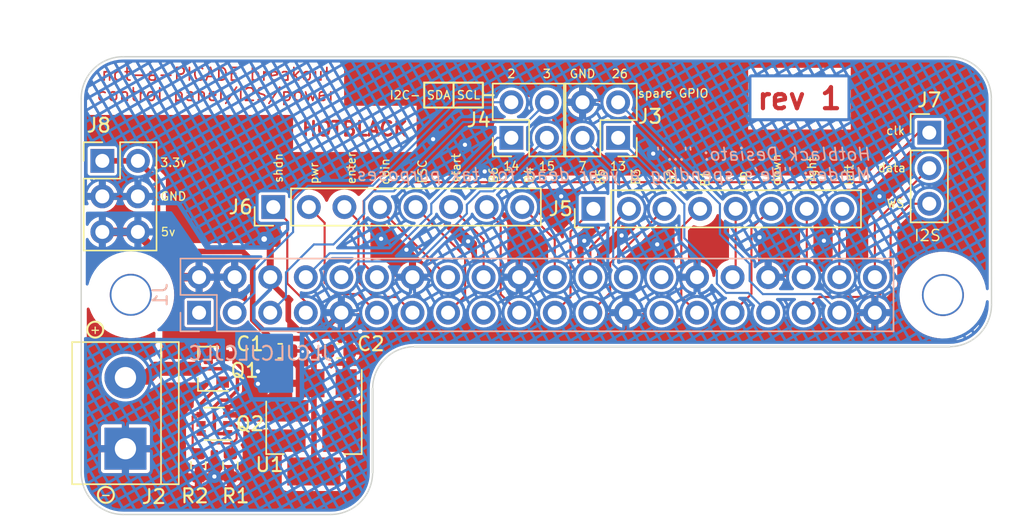
<source format=kicad_pcb>
(kicad_pcb (version 20211014) (generator pcbnew)
  (layers (0 "F.Cu" signal) (31 "B.Cu" mixed) (34 "B.Paste" user) (35 "F.Paste" user) (36 "B.SilkS" user "B.Silkscreen") (37 "F.SilkS" user "F.Silkscreen") (38 "B.Mask" user) (39 "F.Mask" user) (44 "Edge.Cuts" user))
  (net 0 "")
  (net 1 "GND")
  (net 2 "/base sheet/P5V_HAT")
  (net 3 "/base sheet/P3V3_HAT")
  (net 4 "Net-(Q1-Pad1)")
  (net 5 "/base sheet/SP_GPIO_2")
  (net 6 "/base sheet/SP_GPIO_3")
  (net 7 "/base sheet/SHUTDOWN")
  (net 10 "/base sheet/SP_GPIO_14")
  (net 11 "/base sheet/SP_GPIO_15")
  (net 12 "/base sheet/PWR_BUTT")
  (net 13 "/base sheet/I2S_CLOCK")
  (net 14 "/base sheet/ENTER")
  (net 15 "/base sheet/ESC")
  (net 16 "/base sheet/COIN")
  (net 17 "/base sheet/START")
  (net 18 "/base sheet/BUTT_6")
  (net 19 "/base sheet/BUTT_5")
  (net 20 "/base sheet/BUTT_4")
  (net 21 "/base sheet/BUTT_2")
  (net 22 "/base sheet/BUTT_3")
  (net 23 "/base sheet/SP_GPIO_7")
  (net 24 "/base sheet/ID_SD_EEPROM")
  (net 25 "/base sheet/ID_SC_EEPROM")
  (net 26 "/base sheet/BUTT_1")
  (net 27 "/base sheet/JOY_DOWN")
  (net 28 "/base sheet/JOY_UP")
  (net 29 "/base sheet/SP_GPIO_13")
  (net 30 "/base sheet/I2S_WS")
  (net 31 "/base sheet/JOY_RIGHT")
  (net 32 "/base sheet/SP_GPIO_26")
  (net 33 "/base sheet/JOY_LEFT")
  (net 34 "/base sheet/I2S_DATA")
  (net 35 "/base sheet/P5V")
  (net 36 "Net-(Q2-Pad2)")
  (footprint "project_footprints:NPTH_3mm_ID" (layer "F.Cu") (at 82.04 64.31)
    (fp_text reference "H1" (at 0.06 0.09) (layer "F.SilkS"))
    (fp_text value "3mm_Mounting_Hole" hide)
    (pad "" np_thru_hole circle locked (at 0 0) (size 3 3) (drill 2.75) (layers *.Cu *.Mask) (clearance 1.6))
  )
  (footprint "project_footprints:NPTH_3mm_ID" (layer "F.Cu") (at 140.04 64.33)
    (fp_text reference "H2" (at 0.06 0.09) (layer "F.SilkS"))
    (fp_text value "3mm_Mounting_Hole" hide)
    (pad "" np_thru_hole circle locked (at 0 0) (size 3 3) (drill 2.75) (layers *.Cu *.Mask) (clearance 1.6))
  )
  (footprint "Resistor_SMD:R_0603_1608Metric" (layer "F.Cu") (at 89.154 76.5 -90)
    (fp_text reference "R1" (at 2.1885 -0.381) (layer "F.SilkS"))
    (fp_text value "10K")
    (fp_line (start -0.237258 -0.5225) (end 0.237258 -0.5225) (layer "F.SilkS") (width 0.12))
    (fp_line (start -0.237258 0.5225) (end 0.237258 0.5225) (layer "F.SilkS") (width 0.12))
    (pad "1" smd roundrect (at -0.825 0 270) (size 0.8 0.95) (layers "F.Cu" "F.Paste" "F.Mask") (net 36 "Net-(Q2-Pad2)"))
    (pad "2" smd roundrect (at 0.825 0 270) (size 0.8 0.95) (layers "F.Cu" "F.Paste" "F.Mask") (net 1 "GND"))
  )
  (footprint "Resistor_SMD:R_0603_1608Metric" (layer "F.Cu") (at 86.868 76.5 -90)
    (fp_text reference "R2" (at 2.1885 0.254) (layer "F.SilkS"))
    (fp_text value "47K")
    (fp_line (start -0.237258 -0.5225) (end 0.237258 -0.5225) (layer "F.SilkS") (width 0.12))
    (fp_line (start -0.237258 0.5225) (end 0.237258 0.5225) (layer "F.SilkS") (width 0.12))
    (pad "1" smd roundrect (at -0.825 0 270) (size 0.8 0.95) (layers "F.Cu" "F.Paste" "F.Mask") (net 4 "Net-(Q1-Pad1)"))
    (pad "2" smd roundrect (at 0.825 0 270) (size 0.8 0.95) (layers "F.Cu" "F.Paste" "F.Mask") (net 1 "GND"))
  )
  (footprint "Package_TO_SOT_SMD:SOT-23" (layer "F.Cu") (at 87.6 69.6 180)
    (fp_text reference "Q1" (at -2.57 -0.123 180) (layer "F.SilkS"))
    (fp_text value "DMG2305UX")
    (fp_line (start 0.76 1.58) (end 0.76 0.65) (layer "F.SilkS") (width 0.12))
    (fp_line (start 0.76 1.58) (end -0.7 1.58) (layer "F.SilkS") (width 0.12))
    (fp_line (start 0.76 -1.58) (end 0.76 -0.65) (layer "F.SilkS") (width 0.12))
    (fp_line (start 0.76 -1.58) (end -1.4 -1.58) (layer "F.SilkS") (width 0.12))
    (pad "1" smd rect locked (at -1 -0.95 180) (size 0.9 0.8) (layers "F.Cu" "F.Paste" "F.Mask") (net 4 "Net-(Q1-Pad1)"))
    (pad "2" smd rect locked (at -1 0.95 180) (size 0.9 0.8) (layers "F.Cu" "F.Paste" "F.Mask") (net 2 "/base sheet/P5V_HAT"))
    (pad "3" smd rect locked (at 1 0 180) (size 0.9 0.8) (layers "F.Cu" "F.Paste" "F.Mask") (net 35 "/base sheet/P5V"))
  )
  (footprint "Capacitor_SMD:C_0603_1608Metric" (layer "F.Cu") (at 92.71 68.326)
    (fp_text reference "C1" (at -2.159 -0.508) (layer "F.SilkS"))
    (fp_text value "22uF")
    (fp_line (start -0.14058 0.51) (end 0.14058 0.51) (layer "F.SilkS") (width 0.12))
    (fp_line (start -0.14058 -0.51) (end 0.14058 -0.51) (layer "F.SilkS") (width 0.12))
    (pad "1" smd roundrect (at -0.775 0) (size 0.9 0.95) (layers "F.Cu" "F.Paste" "F.Mask") (net 2 "/base sheet/P5V_HAT"))
    (pad "2" smd roundrect (at 0.775 0) (size 0.9 0.95) (layers "F.Cu" "F.Paste" "F.Mask") (net 1 "GND"))
  )
  (footprint "Connector_PinHeader_2.54mm:PinHeader_2x02_P2.54mm_Vertical" (layer "F.Cu") (at 109.22 53.086 90)
    (fp_text reference "J4" (at 1.27 -2.33 180) (layer "F.SilkS"))
    (fp_text value "Conn_02x02_Odd_Even")
    (fp_line (start 3.87 -1.33) (end 3.87 3.87) (layer "F.SilkS") (width 0.12))
    (fp_line (start -1.33 -1.33) (end 0 -1.33) (layer "F.SilkS") (width 0.12))
    (fp_line (start 1.27 -1.33) (end 3.87 -1.33) (layer "F.SilkS") (width 0.12))
    (fp_line (start -1.33 0) (end -1.33 -1.33) (layer "F.SilkS") (width 0.12))
    (fp_line (start 1.27 1.27) (end 1.27 -1.33) (layer "F.SilkS") (width 0.12))
    (fp_line (start -1.33 1.27) (end 1.27 1.27) (layer "F.SilkS") (width 0.12))
    (fp_line (start -1.33 1.27) (end -1.33 3.87) (layer "F.SilkS") (width 0.12))
    (fp_line (start -1.33 3.87) (end 3.87 3.87) (layer "F.SilkS") (width 0.12))
    (pad "1" thru_hole rect (at 0 0 90) (size 1.7 1.7) (drill 1) (layers *.Cu *.Mask) (net 10 "/base sheet/SP_GPIO_14"))
    (pad "2" thru_hole oval (at 2.54 0 90) (size 1.7 1.7) (drill 1) (layers *.Cu *.Mask) (net 5 "/base sheet/SP_GPIO_2"))
    (pad "3" thru_hole oval (at 0 2.54 90) (size 1.7 1.7) (drill 1) (layers *.Cu *.Mask) (net 11 "/base sheet/SP_GPIO_15"))
    (pad "4" thru_hole oval (at 2.54 2.54 90) (size 1.7 1.7) (drill 1) (layers *.Cu *.Mask) (net 6 "/base sheet/SP_GPIO_3"))
  )
  (footprint "Connector_PinHeader_2.54mm:PinHeader_1x03_P2.54mm_Vertical" (layer "F.Cu") (at 139.065 52.72)
    (fp_text reference "J7" (at 0 -2.33) (layer "F.SilkS"))
    (fp_text value "Conn_01x03_Male")
    (fp_line (start -1.33 6.41) (end 1.33 6.41) (layer "F.SilkS") (width 0.12))
    (fp_line (start -1.33 0) (end -1.33 -1.33) (layer "F.SilkS") (width 0.12))
    (fp_line (start -1.33 1.27) (end 1.33 1.27) (layer "F.SilkS") (width 0.12))
    (fp_line (start 1.33 1.27) (end 1.33 6.41) (layer "F.SilkS") (width 0.12))
    (fp_line (start -1.33 -1.33) (end 0 -1.33) (layer "F.SilkS") (width 0.12))
    (fp_line (start -1.33 1.27) (end -1.33 6.41) (layer "F.SilkS") (width 0.12))
    (pad "1" thru_hole rect (at 0 0) (size 1.7 1.7) (drill 1) (layers *.Cu *.Mask) (net 13 "/base sheet/I2S_CLOCK"))
    (pad "2" thru_hole oval (at 0 2.54) (size 1.7 1.7) (drill 1) (layers *.Cu *.Mask) (net 34 "/base sheet/I2S_DATA"))
    (pad "3" thru_hole oval (at 0 5.08) (size 1.7 1.7) (drill 1) (layers *.Cu *.Mask) (net 30 "/base sheet/I2S_WS"))
  )
  (footprint "Connector_PinHeader_2.54mm:PinHeader_2x03_P2.54mm_Vertical" (layer "F.Cu") (at 80.01 54.737)
    (fp_text reference "J8" (at -0.254 -2.54) (layer "F.SilkS"))
    (fp_text value "Conn_02x03_Odd_Even")
    (fp_line (start -1.33 1.27) (end -1.33 6.41) (layer "F.SilkS") (width 0.12))
    (fp_line (start -1.33 -1.33) (end 0 -1.33) (layer "F.SilkS") (width 0.12))
    (fp_line (start -1.33 0) (end -1.33 -1.33) (layer "F.SilkS") (width 0.12))
    (fp_line (start 1.27 1.27) (end 1.27 -1.33) (layer "F.SilkS") (width 0.12))
    (fp_line (start 1.27 -1.33) (end 3.87 -1.33) (layer "F.SilkS") (width 0.12))
    (fp_line (start -1.33 6.41) (end 3.87 6.41) (layer "F.SilkS") (width 0.12))
    (fp_line (start -1.33 1.27) (end 1.27 1.27) (layer "F.SilkS") (width 0.12))
    (fp_line (start 3.87 -1.33) (end 3.87 6.41) (layer "F.SilkS") (width 0.12))
    (pad "1" thru_hole rect (at 0 0) (size 1.7 1.7) (drill 1) (layers *.Cu *.Mask) (net 3 "/base sheet/P3V3_HAT"))
    (pad "2" thru_hole oval (at 2.54 0) (size 1.7 1.7) (drill 1) (layers *.Cu *.Mask) (net 3 "/base sheet/P3V3_HAT"))
    (pad "3" thru_hole oval (at 0 2.54) (size 1.7 1.7) (drill 1) (layers *.Cu *.Mask) (net 1 "GND"))
    (pad "4" thru_hole oval (at 2.54 2.54) (size 1.7 1.7) (drill 1) (layers *.Cu *.Mask) (net 1 "GND"))
    (pad "5" thru_hole oval (at 0 5.08) (size 1.7 1.7) (drill 1) (layers *.Cu *.Mask) (net 2 "/base sheet/P5V_HAT"))
    (pad "6" thru_hole oval (at 2.54 5.08) (size 1.7 1.7) (drill 1) (layers *.Cu *.Mask) (net 2 "/base sheet/P5V_HAT"))
  )
  (footprint "Connector_PinHeader_2.54mm:PinHeader_1x08_P2.54mm_Vertical" (layer "F.Cu") (at 115.077 58.166 90)
    (fp_text reference "J5" (at 0 -2.33 180) (layer "F.SilkS"))
    (fp_text value "Conn_01x08_Male")
    (fp_line (start -1.33 1.27) (end 1.33 1.27) (layer "F.SilkS") (width 0.12))
    (fp_line (start -1.33 19.11) (end 1.33 19.11) (layer "F.SilkS") (width 0.12))
    (fp_line (start 1.33 1.27) (end 1.33 19.11) (layer "F.SilkS") (width 0.12))
    (fp_line (start -1.33 1.27) (end -1.33 19.11) (layer "F.SilkS") (width 0.12))
    (fp_line (start -1.33 0) (end -1.33 -1.33) (layer "F.SilkS") (width 0.12))
    (fp_line (start -1.33 -1.33) (end 0 -1.33) (layer "F.SilkS") (width 0.12))
    (pad "1" thru_hole rect (at 0 0 90) (size 1.7 1.7) (drill 1) (layers *.Cu *.Mask) (net 19 "/base sheet/BUTT_5"))
    (pad "2" thru_hole oval (at 0 2.54 90) (size 1.7 1.7) (drill 1) (layers *.Cu *.Mask) (net 22 "/base sheet/BUTT_3"))
    (pad "3" thru_hole oval (at 0 5.08 90) (size 1.7 1.7) (drill 1) (layers *.Cu *.Mask) (net 21 "/base sheet/BUTT_2"))
    (pad "4" thru_hole oval (at 0 7.62 90) (size 1.7 1.7) (drill 1) (layers *.Cu *.Mask) (net 26 "/base sheet/BUTT_1"))
    (pad "5" thru_hole oval (at 0 10.16 90) (size 1.7 1.7) (drill 1) (layers *.Cu *.Mask) (net 28 "/base sheet/JOY_UP"))
    (pad "6" thru_hole oval (at 0 12.7 90) (size 1.7 1.7) (drill 1) (layers *.Cu *.Mask) (net 27 "/base sheet/JOY_DOWN"))
    (pad "7" thru_hole oval (at 0 15.24 90) (size 1.7 1.7) (drill 1) (layers *.Cu *.Mask) (net 31 "/base sheet/JOY_RIGHT"))
    (pad "8" thru_hole oval (at 0 17.78 90) (size 1.7 1.7) (drill 1) (layers *.Cu *.Mask) (net 33 "/base sheet/JOY_LEFT"))
  )
  (footprint "Package_TO_SOT_SMD:SOT-363_SC-70-6" (layer "F.Cu") (at 88.011 73.533 180)
    (fp_text reference "Q2" (at -2.54 0) (layer "F.SilkS"))
    (fp_text value "MMDT5401")
    (fp_line (start -0.7 1.16) (end 0.7 1.16) (layer "F.SilkS") (width 0.12))
    (fp_line (start 0.7 -1.16) (end -1.2 -1.16) (layer "F.SilkS") (width 0.12))
    (pad "1" smd rect (at -0.95 -0.65 180) (size 0.65 0.4) (layers "F.Cu" "F.Paste" "F.Mask") (net 35 "/base sheet/P5V"))
    (pad "2" smd rect (at -0.95 0 180) (size 0.65 0.4) (layers "F.Cu" "F.Paste" "F.Mask") (net 36 "Net-(Q2-Pad2)"))
    (pad "3" smd rect (at -0.95 0.65 180) (size 0.65 0.4) (layers "F.Cu" "F.Paste" "F.Mask") (net 2 "/base sheet/P5V_HAT"))
    (pad "4" smd rect (at 0.95 0.65 180) (size 0.65 0.4) (layers "F.Cu" "F.Paste" "F.Mask") (net 4 "Net-(Q1-Pad1)"))
    (pad "5" smd rect (at 0.95 0 180) (size 0.65 0.4) (layers "F.Cu" "F.Paste" "F.Mask") (net 36 "Net-(Q2-Pad2)"))
    (pad "6" smd rect (at 0.95 -0.65 180) (size 0.65 0.4) (layers "F.Cu" "F.Paste" "F.Mask") (net 36 "Net-(Q2-Pad2)"))
  )
  (footprint "TerminalBlock:TerminalBlock_bornier-2_P5.08mm" (layer "F.Cu") (at 81.661 75.311 90)
    (fp_text reference "J2" (at -3.429 2.032 180) (layer "F.SilkS"))
    (fp_text value "Screw_Terminal_01x02")
    (fp_line (start -2.54 3.81) (end 7.62 3.81) (layer "F.SilkS") (width 0.12))
    (fp_line (start 7.62 -3.81) (end -2.54 -3.81) (layer "F.SilkS") (width 0.12))
    (fp_line (start -2.54 -3.81) (end -2.54 3.81) (layer "F.SilkS") (width 0.12))
    (fp_line (start 7.62 2.54) (end -2.54 2.54) (layer "F.SilkS") (width 0.12))
    (fp_line (start 7.62 3.81) (end 7.62 -3.81) (layer "F.SilkS") (width 0.12))
    (pad "1" thru_hole rect (at 0 0 90) (size 3 3) (drill 1.52) (layers *.Cu *.Mask) (net 1 "GND"))
    (pad "2" thru_hole circle (at 5.08 0 90) (size 3 3) (drill 1.52) (layers *.Cu *.Mask) (net 35 "/base sheet/P5V"))
  )
  (footprint "Package_TO_SOT_SMD:SOT-223-3_TabPin2" (layer "F.Cu") (at 95.123 73.787 -90)
    (fp_text reference "U1" (at 2.667 3.175 180) (layer "F.SilkS"))
    (fp_text value "AMS1117-3.3")
    (fp_line (start 1.91 3.41) (end 1.91 2.15) (layer "F.SilkS") (width 0.12))
    (fp_line (start 1.91 -3.41) (end 1.91 -2.15) (layer "F.SilkS") (width 0.12))
    (fp_line (start -1.85 3.41) (end 1.91 3.41) (layer "F.SilkS") (width 0.12))
    (fp_line (start -4.1 -3.41) (end 1.91 -3.41) (layer "F.SilkS") (width 0.12))
    (pad "1" smd rect (at -3.15 -2.3 270) (size 2 1.5) (layers "F.Cu" "F.Paste" "F.Mask") (net 1 "GND"))
    (pad "2" smd rect (at 3.15 0 270) (size 2 3.8) (layers "F.Cu" "F.Paste" "F.Mask") (net 3 "/base sheet/P3V3_HAT"))
    (pad "2" smd rect (at -3.15 0 270) (size 2 1.5) (layers "F.Cu" "F.Paste" "F.Mask") (net 3 "/base sheet/P3V3_HAT"))
    (pad "3" smd rect (at -3.15 2.3 270) (size 2 1.5) (layers "F.Cu" "F.Paste" "F.Mask") (net 2 "/base sheet/P5V_HAT"))
  )
  (footprint "Connector_PinHeader_2.54mm:PinHeader_2x02_P2.54mm_Vertical" (layer "F.Cu") (at 116.845 53.091 180)
    (fp_text reference "J3" (at -2.281 1.529) (layer "F.SilkS"))
    (fp_text value "Conn_02x02_Odd_Even")
    (fp_line (start -1.33 1.27) (end 1.27 1.27) (layer "F.SilkS") (width 0.12))
    (fp_line (start 1.27 1.27) (end 1.27 -1.33) (layer "F.SilkS") (width 0.12))
    (fp_line (start -1.33 0) (end -1.33 -1.33) (layer "F.SilkS") (width 0.12))
    (fp_line (start 1.27 -1.33) (end 3.87 -1.33) (layer "F.SilkS") (width 0.12))
    (fp_line (start -1.33 -1.33) (end 0 -1.33) (layer "F.SilkS") (width 0.12))
    (fp_line (start -1.33 1.27) (end -1.33 3.87) (layer "F.SilkS") (width 0.12))
    (fp_line (start 3.87 -1.33) (end 3.87 3.87) (layer "F.SilkS") (width 0.12))
    (fp_line (start -1.33 3.87) (end 3.87 3.87) (layer "F.SilkS") (width 0.12))
    (pad "1" thru_hole rect (at 0 0 180) (size 1.7 1.7) (drill 1) (layers *.Cu *.Mask) (net 29 "/base sheet/SP_GPIO_13"))
    (pad "2" thru_hole oval (at 2.54 0 180) (size 1.7 1.7) (drill 1) (layers *.Cu *.Mask) (net 23 "/base sheet/SP_GPIO_7"))
    (pad "3" thru_hole oval (at 0 2.54 180) (size 1.7 1.7) (drill 1) (layers *.Cu *.Mask) (net 32 "/base sheet/SP_GPIO_26"))
    (pad "4" thru_hole oval (at 2.54 2.54 180) (size 1.7 1.7) (drill 1) (layers *.Cu *.Mask) (net 1 "GND"))
  )
  (footprint "Connector_PinHeader_2.54mm:PinHeader_1x08_P2.54mm_Vertical" (layer "F.Cu") (at 92.217 58.039 90)
    (fp_text reference "J6" (at 0 -2.33 180) (layer "F.SilkS"))
    (fp_text value "Conn_01x08_Male")
    (fp_line (start -1.33 19.11) (end 1.33 19.11) (layer "F.SilkS") (width 0.12))
    (fp_line (start -1.33 1.27) (end -1.33 19.11) (layer "F.SilkS") (width 0.12))
    (fp_line (start -1.33 -1.33) (end 0 -1.33) (layer "F.SilkS") (width 0.12))
    (fp_line (start -1.33 0) (end -1.33 -1.33) (layer "F.SilkS") (width 0.12))
    (fp_line (start -1.33 1.27) (end 1.33 1.27) (layer "F.SilkS") (width 0.12))
    (fp_line (start 1.33 1.27) (end 1.33 19.11) (layer "F.SilkS") (width 0.12))
    (pad "1" thru_hole rect (at 0 0 90) (size 1.7 1.7) (drill 1) (layers *.Cu *.Mask) (net 7 "/base sheet/SHUTDOWN"))
    (pad "2" thru_hole oval (at 0 2.54 90) (size 1.7 1.7) (drill 1) (layers *.Cu *.Mask) (net 12 "/base sheet/PWR_BUTT"))
    (pad "3" thru_hole oval (at 0 5.08 90) (size 1.7 1.7) (drill 1) (layers *.Cu *.Mask) (net 14 "/base sheet/ENTER"))
    (pad "4" thru_hole oval (at 0 7.62 90) (size 1.7 1.7) (drill 1) (layers *.Cu *.Mask) (net 16 "/base sheet/COIN"))
    (pad "5" thru_hole oval (at 0 10.16 90) (size 1.7 1.7) (drill 1) (layers *.Cu *.Mask) (net 15 "/base sheet/ESC"))
    (pad "6" thru_hole oval (at 0 12.7 90) (size 1.7 1.7) (drill 1) (layers *.Cu *.Mask) (net 17 "/base sheet/START"))
    (pad "7" thru_hole oval (at 0 15.24 90) (size 1.7 1.7) (drill 1) (layers *.Cu *.Mask) (net 18 "/base sheet/BUTT_6"))
    (pad "8" thru_hole oval (at 0 17.78 90) (size 1.7 1.7) (drill 1) (layers *.Cu *.Mask) (net 20 "/base sheet/BUTT_4"))
  )
  (footprint "Capacitor_SMD:C_0603_1608Metric" (layer "F.Cu") (at 96.901 68.326)
    (fp_text reference "C2" (at 2.286 -0.508) (layer "F.SilkS"))
    (fp_text value "22uF")
    (fp_line (start -0.14058 0.51) (end 0.14058 0.51) (layer "F.SilkS") (width 0.12))
    (fp_line (start -0.14058 -0.51) (end 0.14058 -0.51) (layer "F.SilkS") (width 0.12))
    (pad "1" smd roundrect (at -0.775 0) (size 0.9 0.95) (layers "F.Cu" "F.Paste" "F.Mask") (net 3 "/base sheet/P3V3_HAT"))
    (pad "2" smd roundrect (at 0.775 0) (size 0.9 0.95) (layers "F.Cu" "F.Paste" "F.Mask") (net 1 "GND"))
  )
  (footprint "Connector_PinSocket_2.54mm:PinSocket_2x20_P2.54mm_Vertical" (layer "B.Cu") (at 86.92 65.59 -90)
    (fp_text reference "J1" (at -1.27 2.77 -90) (layer "B.SilkS") (effects (justify mirror)))
    (fp_text value "40HAT")
    (fp_line (start 0 1.33) (end 1.33 1.33) (layer "B.SilkS") (width 0.12))
    (fp_line (start -1.27 1.33) (end -1.27 -1.27) (layer "B.SilkS") (width 0.12))
    (fp_line (start 1.33 -1.27) (end 1.33 -49.59) (layer "B.SilkS") (width 0.12))
    (fp_line (start -3.87 1.33) (end -1.27 1.33) (layer "B.SilkS") (width 0.12))
    (fp_line (start -3.87 1.33) (end -3.87 -49.59) (layer "B.SilkS") (width 0.12))
    (fp_line (start -3.87 -49.59) (end 1.33 -49.59) (layer "B.SilkS") (width 0.12))
    (fp_line (start -1.27 -1.27) (end 1.33 -1.27) (layer "B.SilkS") (width 0.12))
    (fp_line (start 1.33 1.33) (end 1.33 0) (layer "B.SilkS") (width 0.12))
    (pad "1" thru_hole rect locked (at 0 0 270) (size 1.7 1.7) (drill 1) (layers *.Cu *.Mask))
    (pad "2" thru_hole oval locked (at -2.54 0 270) (size 1.7 1.7) (drill 1) (layers *.Cu *.Mask) (net 2 "/base sheet/P5V_HAT"))
    (pad "3" thru_hole oval locked (at 0 -2.54 270) (size 1.7 1.7) (drill 1) (layers *.Cu *.Mask) (net 5 "/base sheet/SP_GPIO_2"))
    (pad "4" thru_hole oval locked (at -2.54 -2.54 270) (size 1.7 1.7) (drill 1) (layers *.Cu *.Mask) (net 2 "/base sheet/P5V_HAT"))
    (pad "5" thru_hole oval locked (at 0 -5.08 270) (size 1.7 1.7) (drill 1) (layers *.Cu *.Mask) (net 6 "/base sheet/SP_GPIO_3"))
    (pad "6" thru_hole oval locked (at -2.54 -5.08 270) (size 1.7 1.7) (drill 1) (layers *.Cu *.Mask) (net 1 "GND"))
    (pad "7" thru_hole oval locked (at 0 -7.62 270) (size 1.7 1.7) (drill 1) (layers *.Cu *.Mask) (net 7 "/base sheet/SHUTDOWN"))
    (pad "8" thru_hole oval locked (at -2.54 -7.62 270) (size 1.7 1.7) (drill 1) (layers *.Cu *.Mask) (net 10 "/base sheet/SP_GPIO_14"))
    (pad "9" thru_hole oval locked (at 0 -10.16 270) (size 1.7 1.7) (drill 1) (layers *.Cu *.Mask) (net 1 "GND"))
    (pad "10" thru_hole oval locked (at -2.54 -10.16 270) (size 1.7 1.7) (drill 1) (layers *.Cu *.Mask) (net 11 "/base sheet/SP_GPIO_15"))
    (pad "11" thru_hole oval locked (at 0 -12.7 270) (size 1.7 1.7) (drill 1) (layers *.Cu *.Mask) (net 12 "/base sheet/PWR_BUTT"))
    (pad "12" thru_hole oval locked (at -2.54 -12.7 270) (size 1.7 1.7) (drill 1) (layers *.Cu *.Mask) (net 13 "/base sheet/I2S_CLOCK"))
    (pad "13" thru_hole oval locked (at 0 -15.24 270) (size 1.7 1.7) (drill 1) (layers *.Cu *.Mask) (net 14 "/base sheet/ENTER"))
    (pad "14" thru_hole oval locked (at -2.54 -15.24 270) (size 1.7 1.7) (drill 1) (layers *.Cu *.Mask) (net 1 "GND"))
    (pad "15" thru_hole oval locked (at 0 -17.78 270) (size 1.7 1.7) (drill 1) (layers *.Cu *.Mask) (net 15 "/base sheet/ESC"))
    (pad "16" thru_hole oval locked (at -2.54 -17.78 270) (size 1.7 1.7) (drill 1) (layers *.Cu *.Mask) (net 16 "/base sheet/COIN"))
    (pad "17" thru_hole oval locked (at 0 -20.32 270) (size 1.7 1.7) (drill 1) (layers *.Cu *.Mask))
    (pad "18" thru_hole oval locked (at -2.54 -20.32 270) (size 1.7 1.7) (drill 1) (layers *.Cu *.Mask) (net 17 "/base sheet/START"))
    (pad "19" thru_hole oval locked (at 0 -22.86 270) (size 1.7 1.7) (drill 1) (layers *.Cu *.Mask) (net 18 "/base sheet/BUTT_6"))
    (pad "20" thru_hole oval locked (at -2.54 -22.86 270) (size 1.7 1.7) (drill 1) (layers *.Cu *.Mask) (net 1 "GND"))
    (pad "21" thru_hole oval locked (at 0 -25.4 270) (size 1.7 1.7) (drill 1) (layers *.Cu *.Mask) (net 19 "/base sheet/BUTT_5"))
    (pad "22" thru_hole oval locked (at -2.54 -25.4 270) (size 1.7 1.7) (drill 1) (layers *.Cu *.Mask) (net 20 "/base sheet/BUTT_4"))
    (pad "23" thru_hole oval locked (at 0 -27.94 270) (size 1.7 1.7) (drill 1) (layers *.Cu *.Mask) (net 21 "/base sheet/BUTT_2"))
    (pad "24" thru_hole oval locked (at -2.54 -27.94 270) (size 1.7 1.7) (drill 1) (layers *.Cu *.Mask) (net 22 "/base sheet/BUTT_3"))
    (pad "25" thru_hole oval locked (at 0 -30.48 270) (size 1.7 1.7) (drill 1) (layers *.Cu *.Mask) (net 1 "GND"))
    (pad "26" thru_hole oval locked (at -2.54 -30.48 270) (size 1.7 1.7) (drill 1) (layers *.Cu *.Mask) (net 23 "/base sheet/SP_GPIO_7"))
    (pad "27" thru_hole oval locked (at 0 -33.02 270) (size 1.7 1.7) (drill 1) (layers *.Cu *.Mask) (net 24 "/base sheet/ID_SD_EEPROM"))
    (pad "28" thru_hole oval locked (at -2.54 -33.02 270) (size 1.7 1.7) (drill 1) (layers *.Cu *.Mask) (net 25 "/base sheet/ID_SC_EEPROM"))
    (pad "29" thru_hole oval locked (at 0 -35.56 270) (size 1.7 1.7) (drill 1) (layers *.Cu *.Mask) (net 26 "/base sheet/BUTT_1"))
    (pad "30" thru_hole oval locked (at -2.54 -35.56 270) (size 1.7 1.7) (drill 1) (layers *.Cu *.Mask) (net 1 "GND"))
    (pad "31" thru_hole oval locked (at 0 -38.1 270) (size 1.7 1.7) (drill 1) (layers *.Cu *.Mask) (net 27 "/base sheet/JOY_DOWN"))
    (pad "32" thru_hole oval locked (at -2.54 -38.1 270) (size 1.7 1.7) (drill 1) (layers *.Cu *.Mask) (net 28 "/base sheet/JOY_UP"))
    (pad "33" thru_hole oval locked (at 0 -40.64 270) (size 1.7 1.7) (drill 1) (layers *.Cu *.Mask) (net 29 "/base sheet/SP_GPIO_13"))
    (pad "34" thru_hole oval locked (at -2.54 -40.64 270) (size 1.7 1.7) (drill 1) (layers *.Cu *.Mask) (net 1 "GND"))
    (pad "35" thru_hole oval locked (at 0 -43.18 270) (size 1.7 1.7) (drill 1) (layers *.Cu *.Mask) (net 30 "/base sheet/I2S_WS"))
    (pad "36" thru_hole oval locked (at -2.54 -43.18 270) (size 1.7 1.7) (drill 1) (layers *.Cu *.Mask) (net 31 "/base sheet/JOY_RIGHT"))
    (pad "37" thru_hole oval locked (at 0 -45.72 270) (size 1.7 1.7) (drill 1) (layers *.Cu *.Mask) (net 32 "/base sheet/SP_GPIO_26"))
    (pad "38" thru_hole oval locked (at -2.54 -45.72 270) (size 1.7 1.7) (drill 1) (layers *.Cu *.Mask) (net 33 "/base sheet/JOY_LEFT"))
    (pad "39" thru_hole oval locked (at 0 -48.26 270) (size 1.7 1.7) (drill 1) (layers *.Cu *.Mask) (net 1 "GND"))
    (pad "40" thru_hole oval locked (at -2.54 -48.26 270) (size 1.7 1.7) (drill 1) (layers *.Cu *.Mask) (net 34 "/base sheet/I2S_DATA"))
  )
  (gr_line (start 107.188 50.038) (end 107.95 50.038) (layer "F.SilkS") (width 0.15))
  (gr_rect (start 102.997 49.149) (end 107.188 50.927) (layer "F.SilkS") (width 0.15) (fill none))
  (gr_circle (center 80.264 78.613) (end 80.772 78.867) (layer "F.SilkS") (width 0.15) (fill none))
  (gr_line (start 105.0925 49.149) (end 105.0925 50.927) (layer "F.SilkS") (width 0.15))
  (gr_circle (center 79.502 66.802) (end 80.01 67.056) (layer "F.SilkS") (width 0.15) (fill none))
  (gr_line (start 143.51 65.024) (end 143.49968 50.291999) (layer "Edge.Cuts") (width 0.1))
  (gr_line (start 78.49968 50.291999) (end 78.49968 77.01332) (layer "Edge.Cuts") (width 0.1))
  (gr_line (start 99.314 77.018556) (end 99.314 71.013528) (layer "Edge.Cuts") (width 0.15))
  (gr_arc (start 99.314 77.018556) (mid 98.433473 79.13649) (end 96.314005 80.01332) (layer "Edge.Cuts") (width 0.1))
  (gr_line (start 140.49968 47.291999) (end 81.49968 47.291999) (layer "Edge.Cuts") (width 0.1))
  (gr_line (start 81.49968 80.01332) (end 96.314005 80.01332) (layer "Edge.Cuts") (width 0.1))
  (gr_arc (start 99.314 71.013528) (mid 100.194527 68.895594) (end 102.313995 68.018764) (layer "Edge.Cuts") (width 0.1))
  (gr_line (start 140.510005 68.018764) (end 102.313995 68.018764) (layer "Edge.Cuts") (width 0.15))
  (gr_arc (start 140.49968 47.291999) (mid 142.621 48.170679) (end 143.49968 50.291999) (layer "Edge.Cuts") (width 0.1))
  (gr_arc (start 78.49968 50.291999) (mid 79.37836 48.170679) (end 81.49968 47.291999) (layer "Edge.Cuts") (width 0.1))
  (gr_arc (start 143.51 65.024) (mid 142.629473 67.141934) (end 140.510005 68.018764) (layer "Edge.Cuts") (width 0.1))
  (gr_arc (start 81.49968 80.01332) (mid 79.37836 79.13464) (end 78.49968 77.01332) (layer "Edge.Cuts") (width 0.1))
  (gr_text "rev 1" (at 129.794 50.292) (layer "F.Cu") (effects (font (size 1.5 1.5) (thickness 0.3))))
  (gr_text "HOTBLACK" (at 98.044 52.451) (layer "F.Cu") (effects (font (size 1 1) (thickness 0.2))))
  (gr_text "not-a-PICADE breakout\ncontrol panel/I2S/power" (at 88.138 49.276) (layer "F.Cu") (effects (font (size 0.9 0.9) (thickness 0.12))))
  (gr_text "Hotblack Desiato: {dblquote}...{dblquote}\nMinder: {dblquote}He's spending a year dead for tax purposes{dblquote}" (at 135.001 54.991) (layer "B.SilkS") (effects (font (size 0.9 0.9) (thickness 0.12) italic) (justify left mirror)))
  (gr_text "JLCJLCJLCJLC" (at 91.3 68.5) (layer "B.SilkS") (effects (font (size 1 1)) (justify mirror)))
  (gr_text "B3" (at 118.11 55.88 90) (layer "F.SilkS") (effects (font (size 0.6 0.6) (thickness 0.09))))
  (gr_text "26" (at 116.967 48.514) (layer "F.SilkS") (effects (font (size 0.6 0.6) (thickness 0.09))))
  (gr_text "2" (at 109.22 48.514) (layer "F.SilkS") (effects (font (size 0.6 0.6) (thickness 0.09))))
  (gr_text "B5" (at 115.57 55.88 90) (layer "F.SilkS") (effects (font (size 0.6 0.6) (thickness 0.09))))
  (gr_text "GND" (at 114.3 48.514) (layer "F.SilkS") (effects (font (size 0.6 0.6) (thickness 0.09))))
  (gr_text "data" (at 136.398 55.245) (layer "F.SilkS") (effects (font (size 0.6 0.6) (thickness 0.09))))
  (gr_text "B6" (at 107.95 55.753 90) (layer "F.SilkS") (effects (font (size 0.6 0.6) (thickness 0.09))))
  (gr_text "clk" (at 136.652 52.578) (layer "F.SilkS") (effects (font (size 0.6 0.6) (thickness 0.09))))
  (gr_text "up" (at 125.73 56.007 90) (layer "F.SilkS") (effects (font (size 0.6 0.6) (thickness 0.09))))
  (gr_text "3" (at 111.76 48.514) (layer "F.SilkS") (effects (font (size 0.6 0.6) (thickness 0.09))))
  (gr_text "shdn" (at 92.583 55.245 90) (layer "F.SilkS") (effects (font (size 0.6 0.6) (thickness 0.09))))
  (gr_text "WS" (at 136.652 57.785) (layer "F.SilkS") (effects (font (size 0.6 0.6) (thickness 0.09))))
  (gr_text "B2" (at 120.65 55.88 90) (layer "F.SilkS") (effects (font (size 0.6 0.6) (thickness 0.09))))
  (gr_text "ESC" (at 102.87 55.499 90) (layer "F.SilkS") (effects (font (size 0.6 0.6) (thickness 0.09))))
  (gr_text "3.3v" (at 85.09 54.864) (layer "F.SilkS") (effects (font (size 0.6 0.6) (thickness 0.09))))
  (gr_text "I2C- SDA SCL" (at 103.759 50.038) (layer "F.SilkS") (effects (font (size 0.6 0.6) (thickness 0.09))))
  (gr_text "15" (at 111.76 55.118) (layer "F.SilkS") (effects (font (size 0.6 0.6) (thickness 0.09))))
  (gr_text "+" (at 79.502 66.802) (layer "F.SilkS") (effects (font (size 0.6 0.6) (thickness 0.09))))
  (gr_text "spare GPIO" (at 120.777 49.911) (layer "F.SilkS") (effects (font (size 0.6 0.6) (thickness 0.09))))
  (gr_text "5v" (at 84.709 59.817) (layer "F.SilkS") (effects (font (size 0.6 0.6) (thickness 0.09))))
  (gr_text "B4" (at 110.49 55.753 90) (layer "F.SilkS") (effects (font (size 0.6 0.6) (thickness 0.09))))
  (gr_text "GND" (at 85.09 57.277) (layer "F.SilkS") (effects (font (size 0.6 0.6) (thickness 0.09))))
  (gr_text "-" (at 80.264 78.613) (layer "F.SilkS") (effects (font (size 0.6 0.6) (thickness 0.09))))
  (gr_text "B1" (at 123.063 56.007 90) (layer "F.SilkS") (effects (font (size 0.6 0.6) (thickness 0.09))))
  (gr_text "7" (at 114.3 55.118) (layer "F.SilkS") (effects (font (size 0.6 0.6) (thickness 0.09))))
  (gr_text "I2S" (at 138.938 60.071) (layer "F.SilkS") (effects (font (size 0.8 0.8) (thickness 0.1))))
  (gr_text "enter" (at 97.79 55.245 90) (layer "F.SilkS") (effects (font (size 0.6 0.6) (thickness 0.09))))
  (gr_text "start" (at 105.283 55.245 90) (layer "F.SilkS") (effects (font (size 0.6 0.6) (thickness 0.09))))
  (gr_text "down" (at 128.143 55.372 90) (layer "F.SilkS") (effects (font (size 0.6 0.6) (thickness 0.09))))
  (gr_text "14" (at 109.22 55.118) (layer "F.SilkS") (effects (font (size 0.6 0.6) (thickness 0.09))))
  (gr_text "coin" (at 100.203 55.499 90) (layer "F.SilkS") (effects (font (size 0.6 0.6) (thickness 0.09))))
  (gr_text "pwr" (at 95.123 55.626 90) (layer "F.SilkS") (effects (font (size 0.6 0.6) (thickness 0.09))))
  (gr_text "13" (at 116.84 55.118) (layer "F.SilkS") (effects (font (size 0.6 0.6) (thickness 0.09))))
  (gr_text "left" (at 133.35 55.753 90) (layer "F.SilkS") (effects (font (size 0.6 0.6) (thickness 0.09))))
  (gr_text "right" (at 130.683 55.499 90) (layer "F.SilkS") (effects (font (size 0.6 0.6) (thickness 0.09))))
  (segment (start 93.290489 66.107565) (end 94.022435 66.839511) (width 0.4) (layer "F.Cu") (net 1))
  (segment (start 92 60.631) (end 91.694 60.325) (width 0.5) (layer "F.Cu") (net 1))
  (segment (start 95.830489 66.839511) (end 97.08 65.59) (width 0.4) (layer "F.Cu") (net 1))
  (segment (start 92 63.4) (end 93.290489 64.690489) (width 0.4) (layer "F.Cu") (net 1))
  (segment (start 89.1 77.189) (end 89.1 77.3) (width 0.15) (layer "F.Cu") (net 1))
  (segment (start 92 63.05) (end 92 63.4) (width 0.25) (layer "F.Cu") (net 1))
  (segment (start 94.275178 68.326) (end 94.318089 68.368911) (width 0.25) (layer "F.Cu") (net 1))
  (segment (start 93.290489 64.690489) (end 93.290489 66.107565) (width 0.4) (layer "F.Cu") (net 1))
  (segment (start 89.1 77.3) (end 88.011 77.3) (width 0.4) (layer "F.Cu") (net 1))
  (segment (start 86.868 77.325) (end 86.893 77.3) (width 0.4) (layer "F.Cu") (net 1))
  (segment (start 94.022435 66.839511) (end 95.830489 66.839511) (width 0.4) (layer "F.Cu") (net 1))
  (segment (start 92 63.05) (end 92 60.631) (width 0.5) (layer "F.Cu") (net 1))
  (segment (start 86.893 77.3) (end 87.9765 77.3) (width 0.4) (layer "F.Cu") (net 1))
  (segment (start 91.694 60.325) (end 91.567 60.325) (width 0.5) (layer "F.Cu") (net 1))
  (segment (start 88.011 77.3) (end 87.9765 77.3) (width 0.15) (layer "F.Cu") (net 1))
  (segment (start 89.2 77.089) (end 89.1 77.189) (width 0.15) (layer "F.Cu") (net 1))
  (segment (start 93.485 68.326) (end 94.275178 68.326) (width 0.25) (layer "F.Cu") (net 1))
  (via (at 103.631148 53.185053) (size 0.6) (drill 0.3) (layers "F.Cu" "B.Cu") (net 1))
  (via (at 119.349572 54.2218) (size 0.6) (drill 0.3) (layers "F.Cu" "B.Cu") (net 1))
  (via (at 112.776 57.277) (size 0.6) (drill 0.3) (layers "F.Cu" "B.Cu") (net 1))
  (via (at 91.567 60.325) (size 0.8) (drill 0.4) (layers "F.Cu" "B.Cu") (net 1))
  (via (at 107.315 55.499) (size 0.6) (drill 0.3) (layers "F.Cu" "B.Cu") (net 1))
  (via (at 101.727 61.087) (size 0.6) (drill 0.3) (layers "F.Cu" "B.Cu") (net 1))
  (via (at 135.509 57.277) (size 0.6) (drill 0.3) (layers "F.Cu" "B.Cu") (net 1))
  (via (at 119.634 60.706) (size 0.6) (drill 0.3) (layers "F.Cu" "B.Cu") (net 1))
  (via (at 99.918925 60.308509) (size 0.6) (drill 0.3) (layers "F.Cu" "B.Cu") (net 1))
  (via (at 98.425 66.929) (size 0.6) (drill 0.3) (layers "F.Cu" "B.Cu") (net 1))
  (via (at 117.094 60.071) (size 0.6) (drill 0.3) (layers "F.Cu" "B.Cu") (net 1))
  (via (at 88.011 77.3) (size 0.6) (drill 0.3) (layers "F.Cu" "B.Cu") (net 1))
  (via (at 94.318089 68.368911) (size 0.4) (drill 0.2) (layers "F.Cu" "B.Cu") (net 1))
  (via (at 126.9395 60.198) (size 0.6) (drill 0.3) (layers "F.Cu" "B.Cu") (net 1))
  (via (at 114.427 60.452) (size 0.6) (drill 0.3) (layers "F.Cu" "B.Cu") (net 1))
  (via (at 105.905303 53.586374) (size 0.6) (drill 0.3) (layers "F.Cu" "B.Cu") (net 1))
  (via (at 131.539525 60.445634) (size 0.6) (drill 0.3) (layers "F.Cu" "B.Cu") (net 1))
  (via (at 106.134375 60.489625) (size 0.6) (drill 0.3) (layers "F.Cu" "B.Cu") (net 1))
  (segment (start 92 63.92899) (end 90.825489 65.103501) (width 0.25) (layer "B.Cu") (net 1))
  (segment (start 92 63.05) (end 92 63.92899) (width 0.25) (layer "B.Cu") (net 1))
  (segment (start 90.825489 66.125489) (end 91.464511 66.764511) (width 0.25) (layer "B.Cu") (net 1))
  (segment (start 95.905489 66.764511) (end 97.08 65.59) (width 0.25) (layer "B.Cu") (net 1))
  (segment (start 90.825489 65.103501) (end 90.825489 66.125489) (width 0.25) (layer "B.Cu") (net 1))
  (segment (start 91.464511 66.764511) (end 95.905489 66.764511) (width 0.25) (layer "B.Cu") (net 1))
  (segment (start 82.55 59.817) (end 80.01 59.817) (width 0.6) (layer "F.Cu") (net 2))
  (segment (start 82.691 59.817) (end 82.55 59.817) (width 0.4) (layer "F.Cu") (net 2))
  (segment (start 86.92 63.05) (end 85.656 63.05) (width 0.6) (layer "F.Cu") (net 2))
  (segment (start 91.122 70.676) (end 91.122 72.517) (width 0.6) (layer "F.Cu") (net 2))
  (segment (start 82.55 59.944) (end 82.55 59.817) (width 0.6) (layer "F.Cu") (net 2))
  (segment (start 91.186 72.517) (end 92.4505 71.2525) (width 0.6) (layer "F.Cu") (net 2))
  (segment (start 85.656 63.05) (end 82.55 59.944) (width 0.6) (layer "F.Cu") (net 2))
  (segment (start 92.4505 71.2525) (end 92.9695 71.2525) (width 0.6) (layer "F.Cu") (net 2))
  (segment (start 91.122 72.517) (end 91.186 72.517) (width 0.6) (layer "F.Cu") (net 2))
  (segment (start 91.122 72.644) (end 90.932511 72.833489) (width 0.6) (layer "F.Cu") (net 2))
  (segment (start 91.122 69.786) (end 89.986 68.65) (width 0.4) (layer "F.Cu") (net 2))
  (segment (start 90.932511 72.833489) (end 89.010511 72.833489) (width 0.25) (layer "F.Cu") (net 2))
  (segment (start 91.122 70.676) (end 91.122 69.786) (width 0.4) (layer "F.Cu") (net 2))
  (segment (start 88.7 68.65) (end 88.7 68.6) (width 0.6) (layer "F.Cu") (net 2))
  (segment (start 89.986 68.65) (end 88.6 68.65) (width 0.6) (layer "F.Cu") (net 2))
  (via (at 91.122 70.676) (size 0.6) (drill 0.3) (layers "F.Cu" "B.Cu") (net 2))
  (via (at 91.122 69.786) (size 0.6) (drill 0.3) (layers "F.Cu" "B.Cu") (net 2))
  (segment (start 90.043 61.214) (end 85.725 61.214) (width 0.4) (layer "F.Cu") (net 3))
  (segment (start 95.123 68.652) (end 95.449 68.326) (width 0.4) (layer "F.Cu") (net 3))
  (segment (start 95.123 69.177) (end 95.123 76.937) (width 0.4) (layer "F.Cu") (net 3))
  (segment (start 83.947 59.436) (end 83.947 56.134) (width 0.4) (layer "F.Cu") (net 3))
  (segment (start 90.750489 61.921489) (end 90.043 61.214) (width 0.4) (layer "F.Cu") (net 3))
  (segment (start 95.449 68.326) (end 96.126 68.326) (width 0.4) (layer "F.Cu") (net 3))
  (segment (start 94.236022 67.439022) (end 92.081946 67.439022) (width 0.4) (layer "F.Cu") (net 3))
  (segment (start 95.123 68.326) (end 94.236022 67.439022) (width 0.4) (layer "F.Cu") (net 3))
  (segment (start 92.081946 67.439022) (end 90.750489 66.107565) (width 0.4) (layer "F.Cu") (net 3))
  (segment (start 96.126 68.326) (end 95.123 68.326) (width 0.15) (layer "F.Cu") (net 3))
  (segment (start 95.123 68.326) (end 95.123 69.177) (width 0.4) (layer "F.Cu") (net 3))
  (segment (start 85.725 61.214) (end 83.947 59.436) (width 0.4) (layer "F.Cu") (net 3))
  (segment (start 95.022 68.326) (end 95.631 68.326) (width 0.15) (layer "F.Cu") (net 3))
  (segment (start 90.750489 66.107565) (end 90.750489 61.921489) (width 0.4) (layer "F.Cu") (net 3))
  (segment (start 83.947 56.134) (end 82.418 54.605) (width 0.4) (layer "F.Cu") (net 3))
  (segment (start 95.123 69.177) (end 95.123 68.652) (width 0.4) (layer "F.Cu") (net 3))
  (segment (start 80.01 54.737) (end 82.55 54.737) (width 0.4) (layer "F.Cu") (net 3))
  (segment (start 86.461489 75.268489) (end 86.868 75.675) (width 0.15) (layer "F.Cu") (net 4))
  (segment (start 88.6 70.55) (end 87.061 72.089) (width 0.25) (layer "F.Cu") (net 4))
  (segment (start 88.60076 70.55) (end 88.6 70.55) (width 0.25) (layer "F.Cu") (net 4))
  (segment (start 86.586 72.883) (end 86.461489 73.007511) (width 0.15) (layer "F.Cu") (net 4))
  (segment (start 87.061 72.883) (end 86.586 72.883) (width 0.15) (layer "F.Cu") (net 4))
  (segment (start 86.461489 73.007511) (end 86.461489 75.268489) (width 0.15) (layer "F.Cu") (net 4))
  (segment (start 87.061 72.089) (end 87.061 72.883) (width 0.25) (layer "F.Cu") (net 4))
  (segment (start 99.314 56.515) (end 94.742 56.515) (width 0.15) (layer "B.Cu") (net 5))
  (segment (start 105.283 50.546) (end 99.314 56.515) (width 0.15) (layer "B.Cu") (net 5))
  (segment (start 90.875489 64.174511) (end 89.46 65.59) (width 0.15) (layer "B.Cu") (net 5))
  (segment (start 109.22 50.546) (end 105.283 50.546) (width 0.15) (layer "B.Cu") (net 5))
  (segment (start 93.632489 59.827211) (end 90.875489 62.584211) (width 0.15) (layer "B.Cu") (net 5))
  (segment (start 94.6907 56.515) (end 93.632489 57.573211) (width 0.15) (layer "B.Cu") (net 5))
  (segment (start 90.875489 62.584211) (end 90.875489 64.174511) (width 0.15) (layer "B.Cu") (net 5))
  (segment (start 93.632489 57.573211) (end 93.632489 59.827211) (width 0.15) (layer "B.Cu") (net 5))
  (segment (start 95.116999 60.712001) (end 93.124511 62.704489) (width 0.15) (layer "B.Cu") (net 6))
  (segment (start 110.344511 51.961489) (end 105.772511 51.961489) (width 0.15) (layer "B.Cu") (net 6))
  (segment (start 98.712489 57.573211) (end 98.712489 58.513511) (width 0.15) (layer "B.Cu") (net 6))
  (segment (start 93.124511 64.465489) (end 92 65.59) (width 0.15) (layer "B.Cu") (net 6))
  (segment (start 98.712489 58.513511) (end 96.513999 60.712001) (width 0.15) (layer "B.Cu") (net 6))
  (segment (start 111.76 50.546) (end 110.344511 51.961489) (width 0.15) (layer "B.Cu") (net 6))
  (segment (start 99.371211 56.914489) (end 98.712489 57.573211) (width 0.15) (layer "B.Cu") (net 6))
  (segment (start 100.819511 56.914489) (end 99.371211 56.914489) (width 0.15) (layer "B.Cu") (net 6))
  (segment (start 96.513999 60.712001) (end 95.116999 60.712001) (width 0.15) (layer "B.Cu") (net 6))
  (segment (start 105.772511 51.961489) (end 100.819511 56.914489) (width 0.15) (layer "B.Cu") (net 6))
  (segment (start 93.124511 62.704489) (end 93.124511 64.465489) (width 0.15) (layer "B.Cu") (net 6))
  (segment (start 92.217 58.039) (end 93.218 59.04) (width 0.15) (layer "F.Cu") (net 7))
  (segment (start 94.54 64.822) (end 94.54 65.59) (width 0.15) (layer "F.Cu") (net 7))
  (segment (start 93.218 59.04) (end 93.218 63.5) (width 0.15) (layer "F.Cu") (net 7))
  (segment (start 93.218 63.5) (end 94.54 64.822) (width 0.15) (layer "F.Cu") (net 7))
  (segment (start 103.501511 57.804489) (end 103.501511 58.504789) (width 0.15) (layer "B.Cu") (net 10))
  (segment (start 96.249 61.341) (end 94.54 63.05) (width 0.15) (layer "B.Cu") (net 10))
  (segment (start 109.22 53.086) (end 108.22 53.086) (width 0.15) (layer "B.Cu") (net 10))
  (segment (start 100.6653 61.341) (end 96.249 61.341) (width 0.15) (layer "B.Cu") (net 10))
  (segment (start 103.501511 58.504789) (end 100.6653 61.341) (width 0.15) (layer "B.Cu") (net 10))
  (segment (start 108.22 53.086) (end 103.501511 57.804489) (width 0.15) (layer "B.Cu") (net 10))
  (segment (start 106.991211 56.914489) (end 106.041511 57.864189) (width 0.15) (layer "B.Cu") (net 11))
  (segment (start 106.041511 58.504789) (end 102.620811 61.925489) (width 0.15) (layer "B.Cu") (net 11))
  (segment (start 111.76 53.086) (end 107.931511 56.914489) (width 0.15) (layer "B.Cu") (net 11))
  (segment (start 102.620811 61.925489) (end 98.204511 61.925489) (width 0.15) (layer "B.Cu") (net 11))
  (segment (start 98.204511 61.925489) (end 97.08 63.05) (width 0.15) (layer "B.Cu") (net 11))
  (segment (start 107.931511 56.914489) (end 106.991211 56.914489) (width 0.15) (layer "B.Cu") (net 11))
  (segment (start 106.041511 57.864189) (end 106.041511 58.504789) (width 0.15) (layer "B.Cu") (net 11))
  (segment (start 99.62 65.59) (end 98.292 64.262) (width 0.15) (layer "F.Cu") (net 12))
  (segment (start 95.885 59.167) (end 94.757 58.039) (width 0.15) (layer "F.Cu") (net 12))
  (segment (start 96.7017 64.262) (end 95.885 63.4453) (width 0.15) (layer "F.Cu") (net 12))
  (segment (start 95.885 63.4453) (end 95.885 59.167) (width 0.15) (layer "F.Cu") (net 12))
  (segment (start 98.292 64.262) (end 96.7017 64.262) (width 0.15) (layer "F.Cu") (net 12))
  (segment (start 99.62 63.05) (end 98.679 62.109) (width 0.15) (layer "F.Cu") (net 13))
  (segment (start 134.747 56.261) (end 138.288 52.72) (width 0.15) (layer "F.Cu") (net 13))
  (segment (start 98.679 62.109) (end 98.679 57.6067) (width 0.15) (layer "F.Cu") (net 13))
  (segment (start 100.0247 56.261) (end 134.747 56.261) (width 0.15) (layer "F.Cu") (net 13))
  (segment (start 138.288 52.72) (end 139.065 52.72) (width 0.15) (layer "F.Cu") (net 13))
  (segment (start 98.679 57.6067) (end 100.0247 56.261) (width 0.15) (layer "F.Cu") (net 13))
  (segment (start 102.16 65.59) (end 101.035489 64.465489) (width 0.15) (layer "F.Cu") (net 14))
  (segment (start 98.298 63.373) (end 98.298 59.04) (width 0.15) (layer "F.Cu") (net 14))
  (segment (start 99.390489 64.465489) (end 98.298 63.373) (width 0.15) (layer "F.Cu") (net 14))
  (segment (start 98.298 59.04) (end 97.297 58.039) (width 0.15) (layer "F.Cu") (net 14))
  (segment (start 101.035489 64.465489) (end 99.390489 64.465489) (width 0.15) (layer "F.Cu") (net 14))
  (segment (start 105.918 64.372) (end 105.918 61.58) (width 0.15) (layer "F.Cu") (net 15))
  (segment (start 105.918 61.58) (end 102.377 58.039) (width 0.15) (layer "F.Cu") (net 15))
  (segment (start 104.7 65.59) (end 105.918 64.372) (width 0.15) (layer "F.Cu") (net 15))
  (segment (start 99.837 58.187) (end 99.837 58.039) (width 0.15) (layer "F.Cu") (net 16))
  (segment (start 104.7 63.05) (end 99.837 58.187) (width 0.15) (layer "F.Cu") (net 16))
  (segment (start 107.24 60.362) (end 104.917 58.039) (width 0.15) (layer "F.Cu") (net 17))
  (segment (start 107.24 63.05) (end 107.24 60.362) (width 0.15) (layer "F.Cu") (net 17))
  (segment (start 108.458 64.268) (end 109.78 65.59) (width 0.15) (layer "F.Cu") (net 18))
  (segment (start 107.457 58.039) (end 107.457 58.308) (width 0.15) (layer "F.Cu") (net 18))
  (segment (start 107.457 58.308) (end 108.458 59.309) (width 0.15) (layer "F.Cu") (net 18))
  (segment (start 108.458 59.309) (end 108.458 64.268) (width 0.15) (layer "F.Cu") (net 18))
  (segment (start 113.444511 59.798489) (end 115.077 58.166) (width 0.15) (layer "F.Cu") (net 19))
  (segment (start 113.444511 64.465489) (end 113.444511 59.798489) (width 0.15) (layer "F.Cu") (net 19))
  (segment (start 112.32 65.59) (end 113.444511 64.465489) (width 0.15) (layer "F.Cu") (net 19))
  (segment (start 112.32 60.362) (end 109.997 58.039) (width 0.15) (layer "F.Cu") (net 20))
  (segment (start 112.32 63.05) (end 112.32 60.362) (width 0.15) (layer "F.Cu") (net 20))
  (segment (start 116.275489 64.174511) (end 116.275489 62.047511) (width 0.15) (layer "F.Cu") (net 21))
  (segment (start 116.275489 64.174511) (end 114.86 65.59) (width 0.15) (layer "F.Cu") (net 21))
  (segment (start 116.275489 62.047511) (end 120.157 58.166) (width 0.15) (layer "F.Cu") (net 21))
  (segment (start 114.86 60.923) (end 114.86 63.05) (width 0.15) (layer "F.Cu") (net 22))
  (segment (start 117.617 58.166) (end 114.86 60.923) (width 0.15) (layer "F.Cu") (net 22))
  (segment (start 114.305 53.091) (end 116.492489 55.278489) (width 0.15) (layer "B.Cu") (net 23))
  (segment (start 116.492489 55.278489) (end 116.492489 62.142489) (width 0.15) (layer "B.Cu") (net 23))
  (segment (start 116.492489 62.142489) (end 117.4 63.05) (width 0.15) (layer "B.Cu") (net 23))
  (segment (start 121.355489 59.507511) (end 122.697 58.166) (width 0.15) (layer "F.Cu") (net 26))
  (segment (start 121.355489 64.465489) (end 121.355489 59.507511) (width 0.15) (layer "F.Cu") (net 26))
  (segment (start 122.48 65.59) (end 121.355489 64.465489) (width 0.15) (layer "F.Cu") (net 26))
  (segment (start 126.365 64.245) (end 125.02 65.59) (width 0.15) (layer "F.Cu") (net 27))
  (segment (start 127.777 58.166) (end 126.365 59.578) (width 0.15) (layer "F.Cu") (net 27))
  (segment (start 126.365 59.578) (end 126.365 64.245) (width 0.15) (layer "F.Cu") (net 27))
  (segment (start 125.237 62.833) (end 125.237 58.166) (width 0.15) (layer "F.Cu") (net 28))
  (segment (start 125.02 63.05) (end 125.237 62.833) (width 0.15) (layer "B.Cu") (net 28))
  (segment (start 123.895489 63.515789) (end 124.554211 64.174511) (width 0.15) (layer "B.Cu") (net 29))
  (segment (start 124.554211 64.174511) (end 126.144511 64.174511) (width 0.15) (layer "B.Cu") (net 29))
  (segment (start 123.895489 62.584211) (end 123.895489 63.515789) (width 0.15) (layer "B.Cu") (net 29))
  (segment (start 126.144511 64.174511) (end 127.56 65.59) (width 0.15) (layer "B.Cu") (net 29))
  (segment (start 121.572489 57.818489) (end 121.572489 60.261211) (width 0.15) (layer "B.Cu") (net 29))
  (segment (start 121.572489 60.261211) (end 123.895489 62.584211) (width 0.15) (layer "B.Cu") (net 29))
  (segment (start 116.845 53.091) (end 121.572489 57.818489) (width 0.15) (layer "B.Cu") (net 29))
  (segment (start 139.065 57.8) (end 137.78 57.8) (width 0.15) (layer "F.Cu") (net 30))
  (segment (start 135.354811 64.465489) (end 131.224511 64.465489) (width 0.15) (layer "F.Cu") (net 30))
  (segment (start 136.304511 63.515789) (end 135.354811 64.465489) (width 0.15) (layer "F.Cu") (net 30))
  (segment (start 137.78 57.8) (end 136.304511 59.275489) (width 0.15) (layer "F.Cu") (net 30))
  (segment (start 131.224511 64.465489) (end 130.1 65.59) (width 0.15) (layer "F.Cu") (net 30))
  (segment (start 136.304511 59.275489) (end 136.304511 63.515789) (width 0.15) (layer "F.Cu") (net 30))
  (segment (start 130.317 62.833) (end 130.317 58.166) (width 0.15) (layer "F.Cu") (net 31))
  (segment (start 130.1 63.05) (end 130.317 62.833) (width 0.15) (layer "F.Cu") (net 31))
  (segment (start 127.1817 64.262) (end 131.312 64.262) (width 0.15) (layer "B.Cu") (net 32))
  (segment (start 126.238 62.103) (end 126.238 63.3183) (width 0.15) (layer "B.Cu") (net 32))
  (segment (start 124.112489 59.977489) (end 126.238 62.103) (width 0.15) (layer "B.Cu") (net 32))
  (segment (start 124.112489 57.818489) (end 124.112489 59.977489) (width 0.15) (layer "B.Cu") (net 32))
  (segment (start 126.238 63.3183) (end 127.1817 64.262) (width 0.15) (layer "B.Cu") (net 32))
  (segment (start 131.312 64.262) (end 132.64 65.59) (width 0.15) (layer "B.Cu") (net 32))
  (segment (start 116.845 50.551) (end 124.112489 57.818489) (width 0.15) (layer "B.Cu") (net 32))
  (segment (start 132.64 63.05) (end 132.64 58.383) (width 0.15) (layer "F.Cu") (net 33))
  (segment (start 132.64 58.383) (end 132.857 58.166) (width 0.15) (layer "F.Cu") (net 33))
  (segment (start 139.065 55.26) (end 135.18 59.145) (width 0.15) (layer "F.Cu") (net 34))
  (segment (start 135.18 59.145) (end 135.18 63.05) (width 0.15) (layer "F.Cu") (net 34))
  (segment (start 86.614 69.596) (end 89.346 69.596) (width 0.25) (layer "F.Cu") (net 35))
  (segment (start 83.185 70.231) (end 83.816 69.6) (width 1) (layer "F.Cu") (net 35))
  (segment (start 81.661 70.231) (end 83.185 70.231) (width 1) (layer "F.Cu") (net 35))
  (segment (start 89.346 69.596) (end 89.662 69.912) (width 0.25) (layer "F.Cu") (net 35))
  (segment (start 88.475489 71.844489) (end 88.011 72.308978) (width 0.25) (layer "F.Cu") (net 35))
  (segment (start 88.011 72.308978) (end 88.011 74.107022) (width 0.25) (layer "F.Cu") (net 35))
  (segment (start 88.011 74.107022) (end 88.136489 74.232511) (width 0.25) (layer "F.Cu") (net 35))
  (segment (start 83.816 69.6) (end 86.6 69.6) (width 1) (layer "F.Cu") (net 35))
  (segment (start 89.662 71.12) (end 88.937511 71.844489) (width 0.25) (layer "F.Cu") (net 35))
  (segment (start 88.937511 71.844489) (end 88.475489 71.844489) (width 0.25) (layer "F.Cu") (net 35))
  (segment (start 88.136489 74.232511) (end 88.911489 74.232511) (width 0.25) (layer "F.Cu") (net 35))
  (segment (start 89.662 69.912) (end 89.662 71.12) (width 0.25) (layer "F.Cu") (net 35))
  (segment (start 89.288022 74.93) (end 89.288022 75.540978) (width 0.15) (layer "F.Cu") (net 36))
  (segment (start 89.601511 73.698511) (end 89.601511 74.616511) (width 0.15) (layer "F.Cu") (net 36))
  (segment (start 88.961 73.533) (end 89.436 73.533) (width 0.15) (layer "F.Cu") (net 36))
  (segment (start 89.436 73.533) (end 89.601511 73.698511) (width 0.15) (layer "F.Cu") (net 36))
  (segment (start 89.288022 75.540978) (end 89.154 75.675) (width 0.15) (layer "F.Cu") (net 36))
  (segment (start 89.154 75.675) (end 89.154 75.4725) (width 0.15) (layer "F.Cu") (net 36))
  (segment (start 89.288022 74.93) (end 87.808 74.93) (width 0.15) (layer "F.Cu") (net 36))
  (segment (start 89.601511 74.616511) (end 89.288022 74.93) (width 0.15) (layer "F.Cu") (net 36))
  (segment (start 87.061 74.183) (end 87.061 73.533) (width 0.15) (layer "F.Cu") (net 36))
  (segment (start 87.808 74.93) (end 87.061 74.183) (width 0.15) (layer "F.Cu") (net 36))
  (zone (net 1) (net_name "GND") (layer "F.Cu") (connect_pads (clearance 0.4)) (min_thickness 0.2) (fill yes (thermal_gap 0.25) (thermal_bridge_width 0.508))
    (polygon (pts (xy 144.1 81.183) (xy 77.6 81.183) (xy 77.6 44.602) (xy 144.1 44.602)))
    (polygon (pts (xy 83.8 60.888) (xy 83.8 70.58) (xy 87.6 70.58) (xy 87.6 73.94) (xy 95.5 73.94) (xy 95.5 68.834) (xy 93.218 66.802) (xy 93.214 60.888)))
  )
  (zone (net 2) (net_name "/base sheet/P5V_HAT") (layer "F.Cu") (connect_pads (clearance 0.2)) (min_thickness 0.2) (fill yes (thermal_gap 0.25) (thermal_bridge_width 0.508))
    (polygon (pts (xy 90.787 64.3) (xy 90.805 65.024) (xy 94.996 69.215) (xy 95 73.37) (xy 88.436 73.37) (xy 88.436 70.121) (xy 84.298 70.121) (xy 84.298 67.179) (xy 84.3 67.179) (xy 84.3 61.454) (xy 90.787 61.454)))
  )
  (zone (net 0) (net_name "") (layers F&B.Cu) (connect_pads (clearance 0)) (min_thickness 0.254)
    (keepout (tracks allowed) (vias allowed) (pads allowed) (copperpour not_allowed) (footprints not_allowed))
    (fill (thermal_gap 0.508) (thermal_bridge_width 0.508))
    (polygon (pts (xy 133.223 51.689) (xy 126.365 51.689) (xy 126.365 48.768) (xy 133.223 48.768)))
  )
  (zone (net 1) (net_name "GND") (layer "B.Cu") (connect_pads (clearance 0.2)) (min_thickness 0.2) (fill yes (mode hatch) (thermal_gap 0.25) (thermal_bridge_width 0.508) (hatch_thickness 0.2) (hatch_gap 0.5) (hatch_orientation 30) (hatch_border_algorithm hatch_thickness) (hatch_min_hole_area 0.3))
    (polygon (pts (xy 144.145 68.58) (xy 102.108 68.58) (xy 100.965 81.026) (xy 77.216 80.518) (xy 77.216 67.31) (xy 88.773 67.437) (xy 88.773 69.215) (xy 90.17 69.977) (xy 90.805 71.628) (xy 94.107 71.628) (xy 94.107 61.087) (xy 87.376 61.087) (xy 85.344 57.912) (xy 77.216 57.912) (xy 77.089 45.466) (xy 144.145 45.466)))
  )
  (zone (net 2) (net_name "/base sheet/P5V_HAT") (layer "B.Cu") (connect_pads (clearance 0.2)) (min_thickness 0.2) (fill yes (thermal_gap 0.25) (thermal_bridge_width 0.508))
    (polygon (pts (xy 93.635 71.319) (xy 91.2 71.319) (xy 90.5 69.5) (xy 89.5 68.9) (xy 89.5 66.913) (xy 78.823 66.913) (xy 78.833719 58.368453) (xy 84.963 58.34013) (xy 87.122 61.468) (xy 93.635 61.5)))
  )
)
</source>
